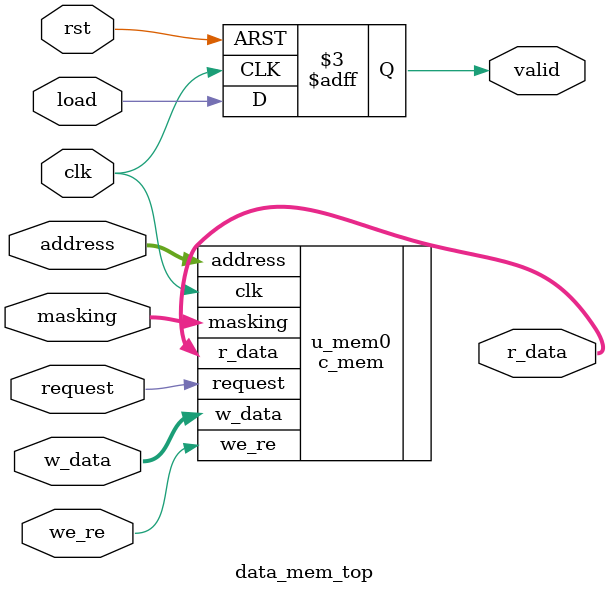
<source format=v>
module data_mem_top #(
    parameter INIT_MEM = 0
)(
    input wire rst,
    input wire clk,
    input wire request,
    input wire [7:0] address,
    input wire [31:0] w_data,
    input wire [3:0] masking,
    input wire we_re,
    input wire load,

    output reg valid,
    output wire [31:0] r_data
    );

    always @(posedge clk or negedge rst ) begin
        if(!rst)begin
            valid<=0;
        end
        else begin
            valid <= load;
        end
    end

    c_mem #(
      .INIT_MEM(INIT_MEM)
    )
    u_mem0 (
        .clk(clk),
        .we_re(we_re),
        .masking(masking),
        .address(address),
        .w_data(w_data),
        .request(request),
        .r_data(r_data)
    );
endmodule
</source>
